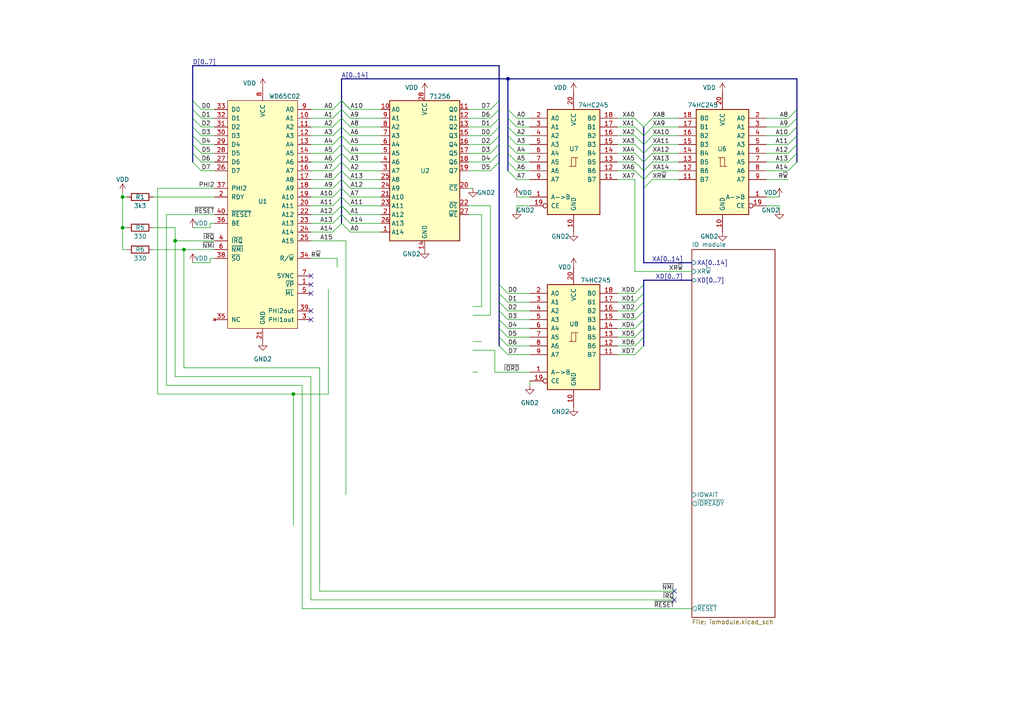
<source format=kicad_sch>
(kicad_sch (version 20230121) (generator eeschema)
  (paper "A4")
  (lib_symbols
    (symbol "6502fast_plds:CPU glue PLD proto3"
      (property "Reference" "U" (at 0 -5.08 0))
      (property "Value" "CPU glue PLD proto3" (at 10.16 16.51 0))
      (symbol "CPU glue PLD proto3_1_1"
        (pin input line (at -13.97 12.7 0) (length 5.08) (name "PHI2") (number "1"))
        (pin power_in line (at 0 -19.05 90) (length 3.81) (name "GND") (number "10"))
        (pin input line (at -13.97 -12.7 0) (length 5.08) (name "A15") (number "11"))
        (pin output line (at 13.97 -10.16 180) (length 5.08) (name "XR~{W}") (number "12"))
        (pin output line (at 13.97 6.35 180) (length 5.08) (name "~{A15}") (number "13"))
        (pin output line (at 13.97 1.27 180) (length 5.08) (name "IO") (number "14"))
        (pin output inverted (at 13.97 11.43 180) (length 5.08) (name "RAMOE") (number "15"))
        (pin output inverted (at 13.97 8.89 180) (length 5.08) (name "RAMWE") (number "16"))
        (pin output inverted (at 13.97 -1.27 180) (length 5.08) (name "IORD") (number "17"))
        (pin output line (at 13.97 -7.62 180) (length 5.08) (name "XA8") (number "18"))
        (pin input line (at -13.97 5.08 0) (length 5.08) (name "A8") (number "2"))
        (pin power_in line (at 0 19.05 270) (length 3.81) (name "VCC") (number "20"))
        (pin input line (at -13.97 2.54 0) (length 5.08) (name "A9") (number "3"))
        (pin input line (at -13.97 0 0) (length 5.08) (name "A10") (number "4"))
        (pin input line (at -13.97 -2.54 0) (length 5.08) (name "A11") (number "5"))
        (pin input line (at -13.97 -5.08 0) (length 5.08) (name "A12") (number "6"))
        (pin input line (at -13.97 -7.62 0) (length 5.08) (name "A13") (number "7"))
        (pin input line (at -13.97 -10.16 0) (length 5.08) (name "A14") (number "8"))
        (pin input line (at -13.97 10.16 0) (length 5.08) (name "R~{W}") (number "9"))
      )
    )
    (symbol "74xx:74HC04"
      (property "Reference" "U" (at 0 1.27 0))
      (property "Value" "74HC04" (at 0 -1.27 0))
      (symbol "74HC04_1_0"
        (pin input line (at -7.62 0 0) (length 3.81) (name "~") (number "1"))
        (pin output inverted (at 7.62 0 180) (length 3.81) (name "~") (number "2"))
      )
      (symbol "74HC04_2_0"
        (pin input line (at -7.62 0 0) (length 3.81) (name "~") (number "3"))
        (pin output inverted (at 7.62 0 180) (length 3.81) (name "~") (number "4"))
      )
      (symbol "74HC04_3_0"
        (pin input line (at -7.62 0 0) (length 3.81) (name "~") (number "5"))
        (pin output inverted (at 7.62 0 180) (length 3.81) (name "~") (number "6"))
      )
      (symbol "74HC04_4_0"
        (pin output inverted (at 7.62 0 180) (length 3.81) (name "~") (number "8"))
        (pin input line (at -7.62 0 0) (length 3.81) (name "~") (number "9"))
      )
      (symbol "74HC04_5_0"
        (pin output inverted (at 7.62 0 180) (length 3.81) (name "~") (number "10"))
        (pin input line (at -7.62 0 0) (length 3.81) (name "~") (number "11"))
      )
      (symbol "74HC04_6_0"
        (pin output inverted (at 7.62 0 180) (length 3.81) (name "~") (number "12"))
        (pin input line (at -7.62 0 0) (length 3.81) (name "~") (number "13"))
      )
      (symbol "74HC04_7_0"
        (pin power_in line (at 0 12.7 270) (length 5.08) (name "VCC") (number "14"))
        (pin power_in line (at 0 -12.7 90) (length 5.08) (name "GND") (number "7"))
      )
    )
    (symbol "74xx:74HC245" (pin_names (offset 1.016))
      (property "Reference" "U" (at -7.62 16.51 0))
      (property "Value" "74HC245" (at -7.62 -16.51 0))
      (symbol "74HC245_1_0"
        (pin input line (at -12.7 -10.16 0) (length 5.08) (name "A->B") (number "1"))
        (pin power_in line (at 0 -20.32 90) (length 5.08) (name "GND") (number "10"))
        (pin tri_state line (at 12.7 -5.08 180) (length 5.08) (name "B7") (number "11"))
        (pin tri_state line (at 12.7 -2.54 180) (length 5.08) (name "B6") (number "12"))
        (pin tri_state line (at 12.7 0 180) (length 5.08) (name "B5") (number "13"))
        (pin tri_state line (at 12.7 2.54 180) (length 5.08) (name "B4") (number "14"))
        (pin tri_state line (at 12.7 5.08 180) (length 5.08) (name "B3") (number "15"))
        (pin tri_state line (at 12.7 7.62 180) (length 5.08) (name "B2") (number "16"))
        (pin tri_state line (at 12.7 10.16 180) (length 5.08) (name "B1") (number "17"))
        (pin tri_state line (at 12.7 12.7 180) (length 5.08) (name "B0") (number "18"))
        (pin input inverted (at -12.7 -12.7 0) (length 5.08) (name "CE") (number "19"))
        (pin tri_state line (at -12.7 12.7 0) (length 5.08) (name "A0") (number "2"))
        (pin power_in line (at 0 20.32 270) (length 5.08) (name "VCC") (number "20"))
        (pin tri_state line (at -12.7 10.16 0) (length 5.08) (name "A1") (number "3"))
        (pin tri_state line (at -12.7 7.62 0) (length 5.08) (name "A2") (number "4"))
        (pin tri_state line (at -12.7 5.08 0) (length 5.08) (name "A3") (number "5"))
        (pin tri_state line (at -12.7 2.54 0) (length 5.08) (name "A4") (number "6"))
        (pin tri_state line (at -12.7 0 0) (length 5.08) (name "A5") (number "7"))
        (pin tri_state line (at -12.7 -2.54 0) (length 5.08) (name "A6") (number "8"))
        (pin tri_state line (at -12.7 -5.08 0) (length 5.08) (name "A7") (number "9"))
      )
    )
    (symbol "74xx:74HC74" (pin_names (offset 1.016))
      (property "Reference" "U" (at -7.62 8.89 0))
      (property "Value" "74HC74" (at -7.62 -8.89 0))
      (symbol "74HC74_1_0"
        (pin input line (at 0 -7.62 90) (length 2.54) (name "~{R}") (number "1"))
        (pin input line (at -7.62 2.54 0) (length 2.54) (name "D") (number "2"))
        (pin input clock (at -7.62 0 0) (length 2.54) (name "C") (number "3"))
        (pin input line (at 0 7.62 270) (length 2.54) (name "~{S}") (number "4"))
        (pin output line (at 7.62 2.54 180) (length 2.54) (name "Q") (number "5"))
        (pin output line (at 7.62 -2.54 180) (length 2.54) (name "~{Q}") (number "6"))
      )
      (symbol "74HC74_2_0"
        (pin input line (at 0 7.62 270) (length 2.54) (name "~{S}") (number "10"))
        (pin input clock (at -7.62 0 0) (length 2.54) (name "C") (number "11"))
        (pin input line (at -7.62 2.54 0) (length 2.54) (name "D") (number "12"))
        (pin input line (at 0 -7.62 90) (length 2.54) (name "~{R}") (number "13"))
        (pin output line (at 7.62 -2.54 180) (length 2.54) (name "~{Q}") (number "8"))
        (pin output line (at 7.62 2.54 180) (length 2.54) (name "Q") (number "9"))
      )
      (symbol "74HC74_3_0"
        (pin power_in line (at 0 10.16 270) (length 2.54) (name "VCC") (number "14"))
        (pin power_in line (at 0 -10.16 90) (length 2.54) (name "GND") (number "7"))
      )
    )
    (symbol "74xx:74LS139" (pin_names (offset 1.016))
      (property "Reference" "U" (at -7.62 8.89 0))
      (property "Value" "74LS139" (at -7.62 -8.89 0))
      (symbol "74LS139_1_0"
        (pin input inverted (at -12.7 -5.08 0) (length 5.08) (name "E") (number "1"))
        (pin input line (at -12.7 0 0) (length 5.08) (name "A0") (number "2"))
        (pin input line (at -12.7 2.54 0) (length 5.08) (name "A1") (number "3"))
        (pin output inverted (at 12.7 2.54 180) (length 5.08) (name "O0") (number "4"))
        (pin output inverted (at 12.7 0 180) (length 5.08) (name "O1") (number "5"))
        (pin output inverted (at 12.7 -2.54 180) (length 5.08) (name "O2") (number "6"))
        (pin output inverted (at 12.7 -5.08 180) (length 5.08) (name "O3") (number "7"))
      )
      (symbol "74LS139_2_0"
        (pin output inverted (at 12.7 -2.54 180) (length 5.08) (name "O2") (number "10"))
        (pin output inverted (at 12.7 0 180) (length 5.08) (name "O1") (number "11"))
        (pin output inverted (at 12.7 2.54 180) (length 5.08) (name "O0") (number "12"))
        (pin input line (at -12.7 2.54 0) (length 5.08) (name "A1") (number "13"))
        (pin input line (at -12.7 0 0) (length 5.08) (name "A0") (number "14"))
        (pin input inverted (at -12.7 -5.08 0) (length 5.08) (name "E") (number "15"))
        (pin output inverted (at 12.7 -5.08 180) (length 5.08) (name "O3") (number "9"))
      )
      (symbol "74LS139_3_0"
        (pin power_in line (at 0 12.7 270) (length 5.08) (name "VCC") (number "16"))
        (pin power_in line (at 0 -12.7 90) (length 5.08) (name "GND") (number "8"))
      )
    )
    (symbol "74xx:74LS32" (pin_names (offset 1.016))
      (property "Reference" "U" (at 0 1.27 0))
      (property "Value" "74LS32" (at 0 -1.27 0))
      (symbol "74LS32_1_1"
        (pin input line (at -7.62 2.54 0) (length 4.318) (name "~") (number "1"))
        (pin input line (at -7.62 -2.54 0) (length 4.318) (name "~") (number "2"))
        (pin output line (at 7.62 0 180) (length 3.81) (name "~") (number "3"))
      )
      (symbol "74LS32_1_2"
        (pin input inverted (at -7.62 2.54 0) (length 3.81) (name "~") (number "1"))
        (pin input inverted (at -7.62 -2.54 0) (length 3.81) (name "~") (number "2"))
        (pin output inverted (at 7.62 0 180) (length 3.81) (name "~") (number "3"))
      )
      (symbol "74LS32_2_1"
        (pin input line (at -7.62 2.54 0) (length 4.318) (name "~") (number "4"))
        (pin input line (at -7.62 -2.54 0) (length 4.318) (name "~") (number "5"))
        (pin output line (at 7.62 0 180) (length 3.81) (name "~") (number "6"))
      )
      (symbol "74LS32_2_2"
        (pin input inverted (at -7.62 2.54 0) (length 3.81) (name "~") (number "4"))
        (pin input inverted (at -7.62 -2.54 0) (length 3.81) (name "~") (number "5"))
        (pin output inverted (at 7.62 0 180) (length 3.81) (name "~") (number "6"))
      )
      (symbol "74LS32_3_1"
        (pin input line (at -7.62 -2.54 0) (length 4.318) (name "~") (number "10"))
        (pin output line (at 7.62 0 180) (length 3.81) (name "~") (number "8"))
        (pin input line (at -7.62 2.54 0) (length 4.318) (name "~") (number "9"))
      )
      (symbol "74LS32_3_2"
        (pin input inverted (at -7.62 -2.54 0) (length 3.81) (name "~") (number "10"))
        (pin output inverted (at 7.62 0 180) (length 3.81) (name "~") (number "8"))
        (pin input inverted (at -7.62 2.54 0) (length 3.81) (name "~") (number "9"))
      )
      (symbol "74LS32_4_1"
        (pin output line (at 7.62 0 180) (length 3.81) (name "~") (number "11"))
        (pin input line (at -7.62 2.54 0) (length 4.318) (name "~") (number "12"))
        (pin input line (at -7.62 -2.54 0) (length 4.318) (name "~") (number "13"))
      )
      (symbol "74LS32_4_2"
        (pin output inverted (at 7.62 0 180) (length 3.81) (name "~") (number "11"))
        (pin input inverted (at -7.62 2.54 0) (length 3.81) (name "~") (number "12"))
        (pin input inverted (at -7.62 -2.54 0) (length 3.81) (name "~") (number "13"))
      )
      (symbol "74LS32_5_0"
        (pin power_in line (at 0 12.7 270) (length 5.08) (name "VCC") (number "14"))
        (pin power_in line (at 0 -12.7 90) (length 5.08) (name "GND") (number "7"))
      )
    )
    (symbol "Device:R" (pin_numbers hide) (pin_names (offset 0))
      (property "Reference" "R" (at 2.032 0 90))
      (property "Value" "R" (at 0 0 90))
      (symbol "R_1_1"
        (pin passive line (at 0 3.81 270) (length 1.27) (name "~") (number "1"))
        (pin passive line (at 0 -3.81 90) (length 1.27) (name "~") (number "2"))
      )
    )
    (symbol "Memory_RAM:KM62256CLP"
      (property "Reference" "U" (at -10.16 20.955 0))
      (property "Value" "KM62256CLP" (at 2.54 20.955 0))
      (symbol "KM62256CLP_0_0"
        (pin power_in line (at 0 -22.86 90) (length 2.54) (name "GND") (number "14"))
        (pin power_in line (at 0 22.86 270) (length 2.54) (name "VCC") (number "28"))
      )
      (symbol "KM62256CLP_1_1"
        (pin input line (at -12.7 -17.78 0) (length 2.54) (name "A14") (number "1"))
        (pin input line (at -12.7 17.78 0) (length 2.54) (name "A0") (number "10"))
        (pin tri_state line (at 12.7 17.78 180) (length 2.54) (name "Q0") (number "11"))
        (pin tri_state line (at 12.7 15.24 180) (length 2.54) (name "Q1") (number "12"))
        (pin tri_state line (at 12.7 12.7 180) (length 2.54) (name "Q2") (number "13"))
        (pin tri_state line (at 12.7 10.16 180) (length 2.54) (name "Q3") (number "15"))
        (pin tri_state line (at 12.7 7.62 180) (length 2.54) (name "Q4") (number "16"))
        (pin tri_state line (at 12.7 5.08 180) (length 2.54) (name "Q5") (number "17"))
        (pin tri_state line (at 12.7 2.54 180) (length 2.54) (name "Q6") (number "18"))
        (pin tri_state line (at 12.7 0 180) (length 2.54) (name "Q7") (number "19"))
        (pin input line (at -12.7 -12.7 0) (length 2.54) (name "A12") (number "2"))
        (pin input line (at 12.7 -5.08 180) (length 2.54) (name "~{CS}") (number "20"))
        (pin input line (at -12.7 -7.62 0) (length 2.54) (name "A10") (number "21"))
        (pin input line (at 12.7 -10.16 180) (length 2.54) (name "~{OE}") (number "22"))
        (pin input line (at -12.7 -10.16 0) (length 2.54) (name "A11") (number "23"))
        (pin input line (at -12.7 -5.08 0) (length 2.54) (name "A9") (number "24"))
        (pin input line (at -12.7 -2.54 0) (length 2.54) (name "A8") (number "25"))
        (pin input line (at -12.7 -15.24 0) (length 2.54) (name "A13") (number "26"))
        (pin input line (at 12.7 -12.7 180) (length 2.54) (name "~{WE}") (number "27"))
        (pin input line (at -12.7 0 0) (length 2.54) (name "A7") (number "3"))
        (pin input line (at -12.7 2.54 0) (length 2.54) (name "A6") (number "4"))
        (pin input line (at -12.7 5.08 0) (length 2.54) (name "A5") (number "5"))
        (pin input line (at -12.7 7.62 0) (length 2.54) (name "A4") (number "6"))
        (pin input line (at -12.7 10.16 0) (length 2.54) (name "A3") (number "7"))
        (pin input line (at -12.7 12.7 0) (length 2.54) (name "A2") (number "8"))
        (pin input line (at -12.7 15.24 0) (length 2.54) (name "A1") (number "9"))
      )
    )
    (symbol "Oscillator:CXO_DIP8" (pin_names (offset 0.254))
      (property "Reference" "X" (at -5.08 6.35 0))
      (property "Value" "CXO_DIP8" (at 1.27 -6.35 0))
      (symbol "CXO_DIP8_1_1"
        (pin input line (at -7.62 0 0) (length 2.54) (name "EN") (number "1"))
        (pin power_in line (at 0 -7.62 90) (length 2.54) (name "GND") (number "4"))
        (pin output line (at 7.62 0 180) (length 2.54) (name "OUT") (number "5"))
        (pin power_in line (at 0 7.62 270) (length 2.54) (name "Vcc") (number "8"))
      )
    )
    (symbol "power:GND2" (power) (pin_names (offset 0))
      (property "Value" "GND2" (at 0 -3.81 0))
      (symbol "GND2_1_1"
        (pin power_in line (at 0 0 270) (length 0) hide (name "GND2") (number "1"))
      )
    )
    (symbol "power:VDD" (power) (pin_names (offset 0))
      (property "Value" "VDD" (at 0 3.81 0))
      (symbol "VDD_1_1"
        (pin power_in line (at 0 0 90) (length 0) hide (name "VDD") (number "1"))
      )
    )
    (symbol "wd65c02_-65xx:WD65C02_-65xx" (pin_names (offset 1.016))
      (property "Reference" "U" (at 0 0 0))
      (property "Value" "WD65C02" (at 6.35 34.29 0))
      (symbol "WD65C02_-65xx_1_1"
        (pin output line (at 13.97 -20.32 180) (length 3.81) (name "~{VP}") (number "1"))
        (pin output line (at 13.97 27.94 180) (length 3.81) (name "A1") (number "10"))
        (pin output line (at 13.97 25.4 180) (length 3.81) (name "A2") (number "11"))
        (pin output line (at 13.97 22.86 180) (length 3.81) (name "A3") (number "12"))
        (pin output line (at 13.97 20.32 180) (length 3.81) (name "A4") (number "13"))
        (pin output line (at 13.97 17.78 180) (length 3.81) (name "A5") (number "14"))
        (pin output line (at 13.97 15.24 180) (length 3.81) (name "A6") (number "15"))
        (pin output line (at 13.97 12.7 180) (length 3.81) (name "A7") (number "16"))
        (pin output line (at 13.97 10.16 180) (length 3.81) (name "A8") (number "17"))
        (pin output line (at 13.97 7.62 180) (length 3.81) (name "A9") (number "18"))
        (pin output line (at 13.97 5.08 180) (length 3.81) (name "A10") (number "19"))
        (pin bidirectional line (at -13.97 5.08 0) (length 3.81) (name "RDY") (number "2"))
        (pin output line (at 13.97 2.54 180) (length 3.81) (name "A11") (number "20"))
        (pin power_in line (at 0 -36.83 90) (length 3.81) (name "GND") (number "21"))
        (pin output line (at 13.97 0 180) (length 3.81) (name "A12") (number "22"))
        (pin output line (at 13.97 -2.54 180) (length 3.81) (name "A13") (number "23"))
        (pin output line (at 13.97 -5.08 180) (length 3.81) (name "A14") (number "24"))
        (pin output line (at 13.97 -7.62 180) (length 3.81) (name "A15") (number "25"))
        (pin tri_state line (at -13.97 12.7 0) (length 3.81) (name "D7") (number "26"))
        (pin tri_state line (at -13.97 15.24 0) (length 3.81) (name "D6") (number "27"))
        (pin tri_state line (at -13.97 17.78 0) (length 3.81) (name "D5") (number "28"))
        (pin tri_state line (at -13.97 20.32 0) (length 3.81) (name "D4") (number "29"))
        (pin output line (at 13.97 -30.48 180) (length 3.81) (name "PHI1out") (number "3"))
        (pin tri_state line (at -13.97 22.86 0) (length 3.81) (name "D3") (number "30"))
        (pin tri_state line (at -13.97 25.4 0) (length 3.81) (name "D2") (number "31"))
        (pin tri_state line (at -13.97 27.94 0) (length 3.81) (name "D1") (number "32"))
        (pin tri_state line (at -13.97 30.48 0) (length 3.81) (name "D0") (number "33"))
        (pin output line (at 13.97 -12.7 180) (length 3.81) (name "R/~{W}") (number "34"))
        (pin no_connect line (at -13.97 -30.48 0) (length 3.81) (name "NC") (number "35"))
        (pin input line (at -13.97 -2.54 0) (length 3.81) (name "BE") (number "36"))
        (pin input line (at -13.97 7.62 0) (length 3.81) (name "PHI2") (number "37"))
        (pin input line (at -13.97 -12.7 0) (length 3.81) (name "~{SO}") (number "38"))
        (pin output line (at 13.97 -27.94 180) (length 3.81) (name "PHI2out") (number "39"))
        (pin input line (at -13.97 -7.62 0) (length 3.81) (name "~{IRQ}") (number "4"))
        (pin input line (at -13.97 0 0) (length 3.81) (name "~{RESET}") (number "40"))
        (pin output line (at 13.97 -22.86 180) (length 3.81) (name "~{ML}") (number "5"))
        (pin input line (at -13.97 -10.16 0) (length 3.81) (name "~{NMI}") (number "6"))
        (pin output line (at 13.97 -17.78 180) (length 3.81) (name "SYNC") (number "7"))
        (pin power_in line (at 0 36.83 270) (length 3.81) (name "VCC") (number "8"))
        (pin output line (at 13.97 30.48 180) (length 3.81) (name "A0") (number "9"))
      )
    )
  )
  (junction (at -134.62 116.84))
  (junction (at -134.62 153.67))
  (junction (at -90.17 146.05))
  (junction (at -132.08 194.31))
  (junction (at 50.8 69.85))
  (junction (at 35.56 66.04))
  (junction (at -62.23 175.26))
  (junction (at -177.8 179.07))
  (junction (at 57.15 233.68))
  (junction (at -139.7 175.26))
  (junction (at 147.32 22.86))
  (junction (at -156.21 191.77))
  (junction (at 53.34 72.39))
  (junction (at -62.23 163.83))
  (junction (at -139.7 177.8))
  (junction (at -156.21 187.96))
  (junction (at 85.09 114.3))
  (junction (at 35.56 57.15))
  (no_connect (at 195.58 173.99))
  (no_connect (at 73.66 231.14))
  (no_connect (at -105.41 134.62))
  (no_connect (at 90.17 82.55))
  (no_connect (at 90.17 90.17))
  (no_connect (at 90.17 92.71))
  (no_connect (at 90.17 80.01))
  (no_connect (at 90.17 85.09))
  (no_connect (at -69.85 180.34))
  (no_connect (at -41.91 190.5))
  (no_connect (at 195.58 171.45))
  (bus_entry (at 144.78 41.91) (size -2.54 2.54))
  (bus_entry (at 147.32 49.53) (size 2.54 2.54))
  (bus_entry (at 189.23 46.99) (size -2.54 2.54))
  (bus_entry (at 228.6 46.99) (size 2.54 -2.54))
  (bus_entry (at 147.32 36.83) (size 2.54 2.54))
  (bus_entry (at 99.06 29.21) (size 2.54 2.54))
  (bus_entry (at 99.06 36.83) (size 2.54 2.54))
  (bus_entry (at 228.6 39.37) (size 2.54 -2.54))
  (bus_entry (at 184.15 90.17) (size 2.54 -2.54))
  (bus_entry (at 55.88 44.45) (size 2.54 2.54))
  (bus_entry (at 99.06 41.91) (size -2.54 2.54))
  (bus_entry (at 189.23 41.91) (size -2.54 2.54))
  (bus_entry (at 99.06 62.23) (size -2.54 2.54))
  (bus_entry (at 99.06 57.15) (size 2.54 2.54))
  (bus_entry (at 55.88 39.37) (size 2.54 2.54))
  (bus_entry (at 228.6 44.45) (size 2.54 -2.54))
  (bus_entry (at 184.15 97.79) (size 2.54 -2.54))
  (bus_entry (at 99.06 34.29) (size 2.54 2.54))
  (bus_entry (at 184.15 44.45) (size 2.54 2.54))
  (bus_entry (at 184.15 36.83) (size 2.54 2.54))
  (bus_entry (at 186.69 82.55) (size -2.54 2.54))
  (bus_entry (at 55.88 31.75) (size 2.54 2.54))
  (bus_entry (at 147.32 87.63) (size -2.54 -2.54))
  (bus_entry (at 147.32 41.91) (size 2.54 2.54))
  (bus_entry (at 99.06 52.07) (size -2.54 2.54))
  (bus_entry (at 147.32 46.99) (size 2.54 2.54))
  (bus_entry (at 189.23 44.45) (size -2.54 2.54))
  (bus_entry (at 184.15 100.33) (size 2.54 -2.54))
  (bus_entry (at 189.23 49.53) (size -2.54 2.54))
  (bus_entry (at 99.06 29.21) (size 2.54 2.54))
  (bus_entry (at 99.06 44.45) (size 2.54 2.54))
  (bus_entry (at 144.78 44.45) (size -2.54 2.54))
  (bus_entry (at 184.15 46.99) (size 2.54 2.54))
  (bus_entry (at 99.06 54.61) (size -2.54 2.54))
  (bus_entry (at 144.78 34.29) (size -2.54 2.54))
  (bus_entry (at 184.15 92.71) (size 2.54 -2.54))
  (bus_entry (at 99.06 46.99) (size -2.54 2.54))
  (bus_entry (at 99.06 54.61) (size 2.54 2.54))
  (bus_entry (at 147.32 100.33) (size -2.54 -2.54))
  (bus_entry (at 99.06 44.45) (size -2.54 2.54))
  (bus_entry (at 228.6 36.83) (size 2.54 -2.54))
  (bus_entry (at 55.88 46.99) (size 2.54 2.54))
  (bus_entry (at 144.78 31.75) (size -2.54 2.54))
  (bus_entry (at 184.15 102.87) (size 2.54 -2.54))
  (bus_entry (at 99.06 49.53) (size -2.54 2.54))
  (bus_entry (at 228.6 34.29) (size 2.54 -2.54))
  (bus_entry (at 99.06 64.77) (size 2.54 2.54))
  (bus_entry (at 144.78 39.37) (size -2.54 2.54))
  (bus_entry (at 55.88 36.83) (size 2.54 2.54))
  (bus_entry (at 99.06 62.23) (size 2.54 2.54))
  (bus_entry (at 184.15 87.63) (size 2.54 -2.54))
  (bus_entry (at 228.6 41.91) (size 2.54 -2.54))
  (bus_entry (at 147.32 34.29) (size 2.54 2.54))
  (bus_entry (at 147.32 90.17) (size -2.54 -2.54))
  (bus_entry (at 99.06 46.99) (size 2.54 2.54))
  (bus_entry (at 99.06 59.69) (size 2.54 2.54))
  (bus_entry (at 99.06 49.53) (size 2.54 2.54))
  (bus_entry (at 99.06 57.15) (size -2.54 2.54))
  (bus_entry (at 147.32 85.09) (size -2.54 -2.54))
  (bus_entry (at 99.06 34.29) (size -2.54 2.54))
  (bus_entry (at 184.15 95.25) (size 2.54 -2.54))
  (bus_entry (at 144.78 29.21) (size -2.54 2.54))
  (bus_entry (at 99.06 39.37) (size -2.54 2.54))
  (bus_entry (at 184.15 41.91) (size 2.54 2.54))
  (bus_entry (at 55.88 41.91) (size 2.54 2.54))
  (bus_entry (at 99.06 41.91) (size 2.54 2.54))
  (bus_entry (at 147.32 44.45) (size 2.54 2.54))
  (bus_entry (at 184.15 49.53) (size 2.54 2.54))
  (bus_entry (at 99.06 64.77) (size -2.54 2.54))
  (bus_entry (at 189.23 39.37) (size -2.54 2.54))
  (bus_entry (at 99.06 31.75) (size 2.54 2.54))
  (bus_entry (at 147.32 39.37) (size 2.54 2.54))
  (bus_entry (at 184.15 34.29) (size 2.54 2.54))
  (bus_entry (at 99.06 59.69) (size 2.54 2.54))
  (bus_entry (at 99.06 52.07) (size 2.54 2.54))
  (bus_entry (at 99.06 39.37) (size 2.54 2.54))
  (bus_entry (at 144.78 46.99) (size -2.54 2.54))
  (bus_entry (at 99.06 36.83) (size -2.54 2.54))
  (bus_entry (at 99.06 29.21) (size -2.54 2.54))
  (bus_entry (at 147.32 102.87) (size -2.54 -2.54))
  (bus_entry (at 55.88 34.29) (size 2.54 2.54))
  (bus_entry (at 99.06 31.75) (size -2.54 2.54))
  (bus_entry (at 228.6 49.53) (size 2.54 -2.54))
  (bus_entry (at 147.32 31.75) (size 2.54 2.54))
  (bus_entry (at 147.32 92.71) (size -2.54 -2.54))
  (bus_entry (at 147.32 95.25) (size -2.54 -2.54))
  (bus_entry (at 184.15 39.37) (size 2.54 2.54))
  (bus_entry (at 189.23 52.07) (size -2.54 2.54))
  (bus_entry (at 99.06 59.69) (size -2.54 2.54))
  (bus_entry (at 144.78 36.83) (size -2.54 2.54))
  (bus_entry (at 55.88 29.21) (size 2.54 2.54))
  (bus_entry (at 147.32 97.79) (size -2.54 -2.54))
  (bus_entry (at 189.23 36.83) (size -2.54 2.54))
  (bus_entry (at 189.23 34.29) (size -2.54 2.54))
  (wire (pts (xy 110.49 31.75) (xy 101.6 31.75)))
  (wire (pts (xy 179.07 85.09) (xy 184.15 85.09)))
  (wire (pts (xy 58.42 34.29) (xy 62.23 34.29)))
  (wire (pts (xy 48.26 62.23) (xy 62.23 62.23)))
  (bus (pts (xy 147.32 46.99) (xy 147.32 49.53)))
  (wire (pts (xy 90.17 49.53) (xy 96.52 49.53)))
  (wire (pts (xy -77.47 199.39) (xy -77.47 185.42)))
  (wire (pts (xy -90.17 175.26) (xy -85.09 175.26)))
  (wire (pts (xy 101.6 62.23) (xy 110.49 62.23)))
  (wire (pts (xy 179.07 39.37) (xy 184.15 39.37)))
  (bus (pts (xy 147.32 44.45) (xy 147.32 46.99)))
  (wire (pts (xy 137.16 101.6) (xy 143.51 101.6)))
  (wire (pts (xy 137.16 91.44) (xy 142.24 91.44)))
  (polyline (pts (xy -154.94 231.14) (xy -151.13 228.6)))
  (wire (pts (xy -139.7 128.27) (xy -139.7 175.26)))
  (wire (pts (xy 222.25 49.53) (xy 228.6 49.53)))
  (wire (pts (xy 189.23 34.29) (xy 196.85 34.29)))
  (wire (pts (xy 147.32 100.33) (xy 153.67 100.33)))
  (bus (pts (xy 186.69 81.28) (xy 200.66 81.28)))
  (wire (pts (xy -105.41 139.7) (xy -90.17 139.7)))
  (wire (pts (xy -139.7 177.8) (xy -139.7 180.34)))
  (bus (pts (xy 99.06 52.07) (xy 99.06 54.61)))
  (wire (pts (xy 147.32 90.17) (xy 153.67 90.17)))
  (bus (pts (xy 231.14 31.75) (xy 231.14 22.86)))
  (wire (pts (xy -69.85 175.26) (xy -62.23 175.26)))
  (wire (pts (xy -140.97 177.8) (xy -139.7 177.8)))
  (wire (pts (xy 90.17 36.83) (xy 96.52 36.83)))
  (wire (pts (xy -105.41 129.54) (xy -87.63 129.54)))
  (wire (pts (xy -156.21 130.81) (xy -133.35 130.81)))
  (bus (pts (xy 99.06 54.61) (xy 99.06 57.15)))
  (polyline (pts (xy -139.7 220.98) (xy -133.35 220.98)))
  (wire (pts (xy 135.89 36.83) (xy 142.24 36.83)))
  (wire (pts (xy 45.72 54.61) (xy 45.72 114.3)))
  (wire (pts (xy 135.89 49.53) (xy 142.24 49.53)))
  (wire (pts (xy 179.07 97.79) (xy 184.15 97.79)))
  (polyline (pts (xy -165.1 220.98) (xy -152.4 220.98)))
  (wire (pts (xy -64.77 194.31) (xy -64.77 187.96)))
  (wire (pts (xy 149.86 49.53) (xy 153.67 49.53)))
  (polyline (pts (xy -177.8 240.03) (xy -142.24 240.03)))
  (wire (pts (xy 142.24 59.69) (xy 142.24 91.44)))
  (wire (pts (xy 135.89 34.29) (xy 142.24 34.29)))
  (wire (pts (xy 222.25 39.37) (xy 228.6 39.37)))
  (wire (pts (xy 179.07 87.63) (xy 184.15 87.63)))
  (wire (pts (xy 90.17 52.07) (xy 96.52 52.07)))
  (wire (pts (xy 222.25 46.99) (xy 228.6 46.99)))
  (wire (pts (xy -64.77 187.96) (xy -57.15 187.96)))
  (bus (pts (xy 55.88 31.75) (xy 55.88 29.21)))
  (bus (pts (xy 55.88 36.83) (xy 55.88 34.29)))
  (wire (pts (xy 137.16 88.9) (xy 139.7 88.9)))
  (wire (pts (xy 184.15 52.07) (xy 184.15 78.74)))
  (bus (pts (xy 147.32 41.91) (xy 147.32 44.45)))
  (wire (pts (xy 110.49 59.69) (xy 101.6 59.69)))
  (bus (pts (xy 99.06 44.45) (xy 99.06 46.99)))
  (wire (pts (xy -177.8 179.07) (xy -177.8 187.96)))
  (wire (pts (xy -39.37 199.39) (xy -77.47 199.39)))
  (bus (pts (xy 186.69 49.53) (xy 186.69 52.07)))
  (wire (pts (xy 222.25 52.07) (xy 228.6 52.07)))
  (bus (pts (xy 144.78 41.91) (xy 144.78 44.45)))
  (wire (pts (xy -156.21 146.05) (xy -133.35 146.05)))
  (wire (pts (xy 222.25 34.29) (xy 228.6 34.29)))
  (bus (pts (xy 99.06 22.86) (xy 99.06 29.21)))
  (polyline (pts (xy -162.56 224.79) (xy -154.94 227.33)))
  (wire (pts (xy 45.72 114.3) (xy 85.09 114.3)))
  (bus (pts (xy 144.78 36.83) (xy 144.78 39.37)))
  (wire (pts (xy 110.49 54.61) (xy 101.6 54.61)))
  (wire (pts (xy 135.89 46.99) (xy 142.24 46.99)))
  (wire (pts (xy 179.07 92.71) (xy 184.15 92.71)))
  (wire (pts (xy 90.17 46.99) (xy 96.52 46.99)))
  (wire (pts (xy 57.15 228.6) (xy 57.15 233.68)))
  (polyline (pts (xy -152.4 215.9) (xy -139.7 215.9)))
  (wire (pts (xy -132.08 191.77) (xy -132.08 194.31)))
  (bus (pts (xy 144.78 29.21) (xy 144.78 31.75)))
  (bus (pts (xy 99.06 46.99) (xy 99.06 49.53)))
  (wire (pts (xy 92.71 106.68) (xy 92.71 171.45)))
  (wire (pts (xy -49.53 196.85) (xy -49.53 195.58)))
  (wire (pts (xy 97.79 74.93) (xy 90.17 74.93)))
  (wire (pts (xy 110.49 46.99) (xy 101.6 46.99)))
  (wire (pts (xy -39.37 185.42) (xy -41.91 185.42)))
  (wire (pts (xy 90.17 109.22) (xy 90.17 173.99)))
  (wire (pts (xy -156.21 196.85) (xy -156.21 191.77)))
  (wire (pts (xy 135.89 54.61) (xy 137.16 54.61)))
  (wire (pts (xy 53.34 72.39) (xy 62.23 72.39)))
  (bus (pts (xy 144.78 90.17) (xy 144.78 92.71)))
  (wire (pts (xy 153.67 110.49) (xy 153.67 111.76)))
  (bus (pts (xy 186.69 95.25) (xy 186.69 97.79)))
  (bus (pts (xy 186.69 36.83) (xy 186.69 39.37)))
  (wire (pts (xy -156.21 135.89) (xy -133.35 135.89)))
  (wire (pts (xy -134.62 153.67) (xy -134.62 116.84)))
  (bus (pts (xy 144.78 97.79) (xy 144.78 100.33)))
  (wire (pts (xy 35.56 55.88) (xy 35.56 57.15)))
  (wire (pts (xy 149.86 57.15) (xy 153.67 57.15)))
  (bus (pts (xy 186.69 85.09) (xy 186.69 87.63)))
  (wire (pts (xy 147.32 85.09) (xy 153.67 85.09)))
  (bus (pts (xy 99.06 49.53) (xy 99.06 52.07)))
  (wire (pts (xy 179.07 41.91) (xy 184.15 41.91)))
  (polyline (pts (xy -139.7 215.9) (xy -139.7 220.98)))
  (bus (pts (xy 231.14 39.37) (xy 231.14 36.83)))
  (bus (pts (xy 147.32 22.86) (xy 147.32 31.75)))
  (polyline (pts (xy -142.24 234.95) (xy -101.6 234.95)))
  (wire (pts (xy 110.49 67.31) (xy 101.6 67.31)))
  (wire (pts (xy 35.56 66.04) (xy 35.56 72.39)))
  (wire (pts (xy 90.17 67.31) (xy 96.52 67.31)))
  (bus (pts (xy 99.06 29.21) (xy 99.06 31.75)))
  (wire (pts (xy 90.17 69.85) (xy 100.33 69.85)))
  (wire (pts (xy 222.25 44.45) (xy 228.6 44.45)))
  (bus (pts (xy 147.32 34.29) (xy 147.32 36.83)))
  (wire (pts (xy -105.41 151.13) (xy -39.37 151.13)))
  (wire (pts (xy 189.23 41.91) (xy 196.85 41.91)))
  (polyline (pts (xy -139.7 246.38) (xy -139.7 241.3)))
  (bus (pts (xy 186.69 92.71) (xy 186.69 95.25)))
  (wire (pts (xy 57.15 233.68) (xy 57.15 234.95)))
  (bus (pts (xy 186.69 39.37) (xy 186.69 41.91)))
  (bus (pts (xy 147.32 39.37) (xy 147.32 41.91)))
  (wire (pts (xy 87.63 111.76) (xy 87.63 176.53)))
  (bus (pts (xy 55.88 46.99) (xy 55.88 44.45)))
  (wire (pts (xy -105.41 142.24) (xy -68.58 142.24)))
  (wire (pts (xy -177.8 179.07) (xy -168.91 179.07)))
  (wire (pts (xy -90.17 146.05) (xy -39.37 146.05)))
  (bus (pts (xy 144.78 82.55) (xy 144.78 85.09)))
  (wire (pts (xy 45.72 54.61) (xy 62.23 54.61)))
  (wire (pts (xy 58.42 49.53) (xy 62.23 49.53)))
  (wire (pts (xy -111.76 111.76) (xy -87.63 111.76)))
  (bus (pts (xy 99.06 34.29) (xy 99.06 36.83)))
  (wire (pts (xy 90.17 57.15) (xy 96.52 57.15)))
  (wire (pts (xy 101.6 49.53) (xy 110.49 49.53)))
  (wire (pts (xy 60.96 66.04) (xy 60.96 64.77)))
  (wire (pts (xy 90.17 41.91) (xy 96.52 41.91)))
  (polyline (pts (xy -165.1 215.9) (xy -165.1 220.98)))
  (bus (pts (xy 186.69 46.99) (xy 186.69 49.53)))
  (polyline (pts (xy -162.56 224.79) (xy -154.94 222.25)))
  (wire (pts (xy 110.49 39.37) (xy 101.6 39.37)))
  (wire (pts (xy 179.07 90.17) (xy 184.15 90.17)))
  (wire (pts (xy -59.69 160.02) (xy -39.37 160.02)))
  (wire (pts (xy 55.88 76.2) (xy 60.96 76.2)))
  (bus (pts (xy 231.14 22.86) (xy 147.32 22.86)))
  (bus (pts (xy 99.06 36.83) (xy 99.06 39.37)))
  (bus (pts (xy 55.88 34.29) (xy 55.88 31.75)))
  (bus (pts (xy 144.78 44.45) (xy 144.78 46.99)))
  (wire (pts (xy 48.26 62.23) (xy 48.26 111.76)))
  (wire (pts (xy 87.63 176.53) (xy 200.66 176.53)))
  (wire (pts (xy 58.42 44.45) (xy 62.23 44.45)))
  (wire (pts (xy 179.07 100.33) (xy 184.15 100.33)))
  (wire (pts (xy 179.07 49.53) (xy 184.15 49.53)))
  (bus (pts (xy 144.78 87.63) (xy 144.78 90.17)))
  (wire (pts (xy 44.45 66.04) (xy 50.8 66.04)))
  (wire (pts (xy -93.98 177.8) (xy -85.09 177.8)))
  (wire (pts (xy 222.25 36.83) (xy 228.6 36.83)))
  (bus (pts (xy 186.69 54.61) (xy 186.69 76.2)))
  (wire (pts (xy -161.29 187.96) (xy -156.21 187.96)))
  (wire (pts (xy 90.17 62.23) (xy 96.52 62.23)))
  (wire (pts (xy 179.07 46.99) (xy 184.15 46.99)))
  (wire (pts (xy 147.32 102.87) (xy 153.67 102.87)))
  (wire (pts (xy 222.25 41.91) (xy 228.6 41.91)))
  (wire (pts (xy -156.21 143.51) (xy -133.35 143.51)))
  (wire (pts (xy -177.8 187.96) (xy -176.53 187.96)))
  (bus (pts (xy 99.06 31.75) (xy 99.06 34.29)))
  (wire (pts (xy 92.71 171.45) (xy 195.58 171.45)))
  (wire (pts (xy 36.83 66.04) (xy 35.56 66.04)))
  (wire (pts (xy -156.21 138.43) (xy -133.35 138.43)))
  (bus (pts (xy 99.06 59.69) (xy 99.06 62.23)))
  (wire (pts (xy 135.89 44.45) (xy 142.24 44.45)))
  (bus (pts (xy 231.14 41.91) (xy 231.14 39.37)))
  (wire (pts (xy 44.45 72.39) (xy 53.34 72.39)))
  (wire (pts (xy 149.86 59.69) (xy 149.86 60.96)))
  (polyline (pts (xy -177.8 231.14) (xy -154.94 231.14)))
  (wire (pts (xy 147.32 95.25) (xy 153.67 95.25)))
  (wire (pts (xy 85.09 114.3) (xy 95.25 114.3)))
  (wire (pts (xy 60.96 64.77) (xy 62.23 64.77)))
  (wire (pts (xy -59.69 160.02) (xy -59.69 185.42)))
  (bus (pts (xy 55.88 29.21) (xy 55.88 19.05)))
  (wire (pts (xy -90.17 146.05) (xy -90.17 139.7)))
  (bus (pts (xy 99.06 41.91) (xy 99.06 44.45)))
  (wire (pts (xy 149.86 34.29) (xy 153.67 34.29)))
  (wire (pts (xy 90.17 59.69) (xy 96.52 59.69)))
  (bus (pts (xy 186.69 87.63) (xy 186.69 90.17)))
  (wire (pts (xy 50.8 69.85) (xy 62.23 69.85)))
  (wire (pts (xy 149.86 59.69) (xy 153.67 59.69)))
  (bus (pts (xy 186.69 90.17) (xy 186.69 92.71)))
  (wire (pts (xy 35.56 72.39) (xy 36.83 72.39)))
  (wire (pts (xy 179.07 52.07) (xy 184.15 52.07)))
  (bus (pts (xy 55.88 44.45) (xy 55.88 41.91)))
  (wire (pts (xy 189.23 44.45) (xy 196.85 44.45)))
  (wire (pts (xy -105.41 148.59) (xy -39.37 148.59)))
  (bus (pts (xy 186.69 82.55) (xy 186.69 85.09)))
  (wire (pts (xy 90.17 64.77) (xy 96.52 64.77)))
  (bus (pts (xy 144.78 95.25) (xy 144.78 97.79)))
  (bus (pts (xy 144.78 19.05) (xy 144.78 29.21)))
  (wire (pts (xy 90.17 54.61) (xy 96.52 54.61)))
  (wire (pts (xy 55.88 66.04) (xy 60.96 66.04)))
  (wire (pts (xy 189.23 39.37) (xy 196.85 39.37)))
  (polyline (pts (xy -177.8 224.79) (xy -162.56 224.79)))
  (wire (pts (xy 90.17 31.75) (xy 96.52 31.75)))
  (wire (pts (xy -105.41 132.08) (xy -87.63 132.08)))
  (wire (pts (xy -156.21 187.96) (xy -156.21 191.77)))
  (wire (pts (xy 149.86 36.83) (xy 153.67 36.83)))
  (bus (pts (xy 144.78 85.09) (xy 144.78 87.63)))
  (wire (pts (xy 58.42 41.91) (xy 62.23 41.91)))
  (wire (pts (xy 184.15 78.74) (xy 200.66 78.74)))
  (wire (pts (xy 226.06 59.69) (xy 222.25 59.69)))
  (wire (pts (xy -156.21 140.97) (xy -133.35 140.97)))
  (wire (pts (xy 35.56 57.15) (xy 36.83 57.15)))
  (polyline (pts (xy -154.94 222.25) (xy -100.33 222.25)))
  (wire (pts (xy 137.16 99.06) (xy 139.7 99.06)))
  (wire (pts (xy 179.07 95.25) (xy 184.15 95.25)))
  (wire (pts (xy 143.51 101.6) (xy 143.51 107.95)))
  (wire (pts (xy 95.25 83.82) (xy 95.25 114.3)))
  (wire (pts (xy -90.17 146.05) (xy -90.17 175.26)))
  (wire (pts (xy -156.21 175.26) (xy -156.21 163.83)))
  (polyline (pts (xy -177.8 215.9) (xy -165.1 215.9)))
  (wire (pts (xy 226.06 57.15) (xy 222.25 57.15)))
  (wire (pts (xy 48.26 111.76) (xy 87.63 111.76)))
  (wire (pts (xy 189.23 52.07) (xy 196.85 52.07)))
  (wire (pts (xy 110.49 52.07) (xy 101.6 52.07)))
  (wire (pts (xy -132.08 196.85) (xy -132.08 194.31)))
  (wire (pts (xy 135.89 59.69) (xy 142.24 59.69)))
  (wire (pts (xy -134.62 116.84) (xy -87.63 116.84)))
  (wire (pts (xy 147.32 92.71) (xy 153.67 92.71)))
  (wire (pts (xy 110.49 44.45) (xy 101.6 44.45)))
  (wire (pts (xy 60.96 76.2) (xy 60.96 74.93)))
  (wire (pts (xy -156.21 148.59) (xy -133.35 148.59)))
  (wire (pts (xy -156.21 163.83) (xy -62.23 163.83)))
  (wire (pts (xy 90.17 34.29) (xy 96.52 34.29)))
  (bus (pts (xy 99.06 22.86) (xy 147.32 22.86)))
  (wire (pts (xy 110.49 57.15) (xy 101.6 57.15)))
  (polyline (pts (xy -154.94 231.14) (xy -151.13 233.68)))
  (wire (pts (xy 149.86 39.37) (xy 153.67 39.37)))
  (wire (pts (xy 179.07 44.45) (xy 184.15 44.45)))
  (wire (pts (xy 149.86 46.99) (xy 153.67 46.99)))
  (polyline (pts (xy -152.4 220.98) (xy -152.4 215.9)))
  (wire (pts (xy 100.33 69.85) (xy 100.33 143.51)))
  (wire (pts (xy -57.15 185.42) (xy -59.69 185.42)))
  (wire (pts (xy -62.23 175.26) (xy -49.53 175.26)))
  (wire (pts (xy 110.49 36.83) (xy 101.6 36.83)))
  (wire (pts (xy 179.07 36.83) (xy 184.15 36.83)))
  (bus (pts (xy 186.69 76.2) (xy 200.66 76.2)))
  (bus (pts (xy 55.88 19.05) (xy 144.78 19.05)))
  (wire (pts (xy -49.53 175.26) (xy -49.53 180.34)))
  (wire (pts (xy 135.89 41.91) (xy 142.24 41.91)))
  (wire (pts (xy 60.96 74.93) (xy 62.23 74.93)))
  (wire (pts (xy 85.09 114.3) (xy 85.09 152.4)))
  (wire (pts (xy 139.7 62.23) (xy 139.7 88.9)))
  (wire (pts (xy -86.36 194.31) (xy -64.77 194.31)))
  (wire (pts (xy -53.34 196.85) (xy -49.53 196.85)))
  (wire (pts (xy 110.49 34.29) (xy 101.6 34.29)))
  (wire (pts (xy 137.16 107.95) (xy 138.43 107.95)))
  (polyline (pts (xy -151.13 233.68) (xy -100.33 233.68)))
  (bus (pts (xy 231.14 46.99) (xy 231.14 44.45)))
  (wire (pts (xy 189.23 46.99) (xy 196.85 46.99)))
  (wire (pts (xy 147.32 87.63) (xy 153.67 87.63)))
  (polyline (pts (xy -154.94 227.33) (xy -101.6 227.33)))
  (wire (pts (xy 179.07 102.87) (xy 184.15 102.87)))
  (bus (pts (xy 186.69 44.45) (xy 186.69 46.99)))
  (wire (pts (xy -139.7 177.8) (xy -139.7 175.26)))
  (bus (pts (xy 147.32 31.75) (xy 147.32 34.29)))
  (bus (pts (xy 99.06 39.37) (xy 99.06 41.91)))
  (wire (pts (xy 135.89 31.75) (xy 142.24 31.75)))
  (bus (pts (xy 147.32 36.83) (xy 147.32 39.37)))
  (wire (pts (xy 50.8 109.22) (xy 90.17 109.22)))
  (bus (pts (xy 144.78 92.71) (xy 144.78 95.25)))
  (wire (pts (xy 226.06 59.69) (xy 226.06 60.96)))
  (wire (pts (xy 90.17 39.37) (xy 96.52 39.37)))
  (bus (pts (xy 186.69 52.07) (xy 186.69 54.61)))
  (wire (pts (xy 149.86 41.91) (xy 153.67 41.91)))
  (wire (pts (xy 44.45 57.15) (xy 62.23 57.15)))
  (wire (pts (xy 58.42 46.99) (xy 62.23 46.99)))
  (wire (pts (xy 58.42 31.75) (xy 62.23 31.75)))
  (wire (pts (xy 110.49 64.77) (xy 101.6 64.77)))
  (wire (pts (xy 58.42 39.37) (xy 62.23 39.37)))
  (wire (pts (xy 58.42 228.6) (xy 57.15 228.6)))
  (wire (pts (xy 53.34 106.68) (xy 92.71 106.68)))
  (wire (pts (xy 53.34 72.39) (xy 53.34 106.68)))
  (wire (pts (xy -127 111.76) (xy -134.62 111.76)))
  (wire (pts (xy -156.21 153.67) (xy -134.62 153.67)))
  (wire (pts (xy 179.07 34.29) (xy 184.15 34.29)))
  (polyline (pts (xy -151.13 228.6) (xy -101.6 228.6)))
  (wire (pts (xy -62.23 156.21) (xy -62.23 163.83)))
  (wire (pts (xy 110.49 41.91) (xy 101.6 41.91)))
  (wire (pts (xy 35.56 57.15) (xy 35.56 66.04)))
  (wire (pts (xy 139.7 62.23) (xy 135.89 62.23)))
  (wire (pts (xy -119.38 121.92) (xy -119.38 123.19)))
  (bus (pts (xy 144.78 31.75) (xy 144.78 34.29)))
  (wire (pts (xy -140.97 194.31) (xy -132.08 194.31)))
  (wire (pts (xy 50.8 66.04) (xy 50.8 69.85)))
  (bus (pts (xy 231.14 36.83) (xy 231.14 34.29)))
  (wire (pts (xy -139.7 128.27) (xy -133.35 128.27)))
  (polyline (pts (xy -177.8 246.38) (xy -139.7 246.38)))
  (wire (pts (xy -62.23 163.83) (xy -62.23 175.26)))
  (polyline (pts (xy -142.24 240.03) (xy -142.24 234.95)))
  (wire (pts (xy 149.86 44.45) (xy 153.67 44.45)))
  (wire (pts (xy -156.21 151.13) (xy -133.35 151.13)))
  (wire (pts (xy 58.42 36.83) (xy 62.23 36.83)))
  (bus (pts (xy 186.69 41.91) (xy 186.69 44.45)))
  (wire (pts (xy -133.35 153.67) (xy -134.62 153.67)))
  (bus (pts (xy 231.14 44.45) (xy 231.14 41.91)))
  (bus (pts (xy 144.78 34.29) (xy 144.78 36.83)))
  (wire (pts (xy 147.32 97.79) (xy 153.67 97.79)))
  (wire (pts (xy 90.17 44.45) (xy 96.52 44.45)))
  (wire (pts (xy -39.37 185.42) (xy -39.37 199.39)))
  (bus (pts (xy 186.69 97.79) (xy 186.69 100.33)))
  (bus (pts (xy 99.06 62.23) (xy 99.06 64.77)))
  (wire (pts (xy 189.23 36.83) (xy 196.85 36.83)))
  (wire (pts (xy 57.15 233.68) (xy 58.42 233.68)))
  (polyline (pts (xy -139.7 241.3) (xy -101.6 241.3)))
  (wire (pts (xy 143.51 107.95) (xy 153.67 107.95)))
  (wire (pts (xy 153.67 52.07) (xy 149.86 52.07)))
  (wire (pts (xy -156.21 187.96) (xy -156.21 180.34)))
  (wire (pts (xy -62.23 156.21) (xy -39.37 156.21)))
  (bus (pts (xy 231.14 34.29) (xy 231.14 31.75)))
  (bus (pts (xy 144.78 39.37) (xy 144.78 41.91)))
  (bus (pts (xy 55.88 39.37) (xy 55.88 36.83)))
  (bus (pts (xy 55.88 41.91) (xy 55.88 39.37)))
  (wire (pts (xy 135.89 39.37) (xy 142.24 39.37)))
  (wire (pts (xy 97.79 74.93) (xy 97.79 77.47)))
  (wire (pts (xy 50.8 69.85) (xy 50.8 109.22)))
  (bus (pts (xy 99.06 57.15) (xy 99.06 59.69)))
  (wire (pts (xy -134.62 111.76) (xy -134.62 116.84)))
  (bus (pts (xy 186.69 81.28) (xy 186.69 82.55)))
  (wire (pts (xy 189.23 49.53) (xy 196.85 49.53)))
  (bus (pts (xy 144.78 46.99) (xy 144.78 82.55)))
  (wire (pts (xy -168.91 179.07) (xy -168.91 180.34)))
  (wire (pts (xy 90.17 173.99) (xy 195.58 173.99)))
  (text "To databus transceiver\ndirection pin" (at -77.47 138.43 0) (effects (font (size 1.27 1.27)) (justify left bottom)))
  (text "PLD IO" (at -179.07 232.41 0) (effects (font (size 1.27 1.27)) (justify right bottom)))
  (text "To CPU" (at -156.21 127 0) (effects (font (size 1.27 1.27)) (justify left bottom)))
  (text "A9..15" (at -179.07 226.06 0) (effects (font (size 1.27 1.27)) (justify right bottom)))
  (text "7ns" (at -161.29 213.36 0) (effects (font (size 1.27 1.27)) (justify left bottom)))
  (text "PHI2" (at -179.07 219.71 0) (effects (font (size 1.27 1.27)) (justify right bottom)))
  (text "20ns" (at -171.45 212.09 0) (effects (font (size 1.27 1.27)) (justify left bottom)))
  (text "DFF Q" (at -179.07 245.11 0) (effects (font (size 1.27 1.27)) (justify right bottom)))
  (text "DFF CLK" (at -179.07 238.76 0) (effects (font (size 1.27 1.27)) (justify right bottom)))
  (text "To I/O\nmodule" (at -46.99 140.97 0) (effects (font (size 1.27 1.27)) (justify left bottom)))
  (text "To RAM" (at -93.98 106.68 0) (effects (font (size 1.27 1.27)) (justify left bottom)))
  (label "D4" (at 147.32 95.25 0))
  (label "~{HIRAMCS}" (at -87.63 111.76 180))
  (label "A10" (at 101.6 31.75 0))
  (label "DCLK" (at -139.7 194.31 0))
  (label "XD1" (at 184.15 87.63 180))
  (label "D5" (at 58.42 44.45 0))
  (label "XA1" (at 184.15 36.83 180))
  (label "D2" (at 147.32 90.17 0))
  (label "IOWAIT" (at -156.21 163.83 0))
  (label "A11" (at 228.6 41.91 180))
  (label "XA14" (at 189.23 49.53 0))
  (label "XA0" (at 184.15 34.29 180))
  (label "XA3" (at 184.15 41.91 180))
  (label "IO" (at -86.36 175.26 180))
  (label "~{NMI}" (at 195.58 171.45 180))
  (label "XA11" (at 189.23 41.91 0))
  (label "XD2" (at 184.15 90.17 180))
  (label "A9" (at 228.6 36.83 180))
  (label "A3" (at 96.52 39.37 180))
  (label "~{RESET}" (at 195.58 176.53 180))
  (label "A11" (at 101.6 59.69 0))
  (label "~{IRQ}" (at 195.58 173.99 180))
  (label "D5" (at 147.32 97.79 0))
  (label "XA[9..15]" (at -39.37 146.05 180))
  (label "A5" (at 152.4 46.99 180))
  (label "~{IORD}" (at 146.05 107.95 0))
  (label "XD[0..7]" (at 198.12 81.28 180))
  (label "PHI2" (at -139.7 172.72 90))
  (label "IOWAIT" (at -69.85 175.26 0))
  (label "D6" (at 142.24 34.29 180))
  (label "A14" (at 101.6 64.77 0))
  (label "~{NMI}" (at 62.23 72.39 180))
  (label "XD0" (at 184.15 85.09 180))
  (label "A8" (at 96.52 52.07 180))
  (label "A9" (at 101.6 34.29 0))
  (label "IOWAIT" (at -39.37 156.21 180))
  (label "XR~{W}" (at 198.12 78.74 180))
  (label "A11" (at 96.52 59.69 180))
  (label "A3" (at 101.6 46.99 0))
  (label "A12" (at 101.6 54.61 0))
  (label "D7" (at 147.32 102.87 0))
  (label "D4" (at 142.24 46.99 180))
  (label "A[0..14]" (at 99.06 22.86 0))
  (label "A14" (at 228.6 49.53 180))
  (label "A6" (at 96.52 46.99 180))
  (label "XA5" (at 184.15 46.99 180))
  (label "XR~{W}" (at -39.37 151.13 180))
  (label "PHI2" (at 62.23 54.61 180))
  (label "D3" (at 58.42 39.37 0))
  (label "A13" (at 101.6 52.07 0))
  (label "D0" (at 147.32 85.09 0))
  (label "D7" (at 142.24 31.75 180))
  (label "A8" (at 101.6 36.83 0))
  (label "~{IOREADY}" (at -39.37 160.02 180))
  (label "A4" (at 101.6 44.45 0))
  (label "D6" (at 147.32 100.33 0))
  (label "A1" (at 152.4 36.83 180))
  (label "D2" (at 58.42 36.83 0))
  (label "A8" (at 228.6 34.29 180))
  (label "~{RAMWE}" (at -87.63 132.08 180))
  (label "A5" (at 96.52 44.45 180))
  (label "A6" (at 152.4 49.53 180))
  (label "R~{W}" (at 228.6 52.07 180))
  (label "~{RAMOE}" (at -87.63 129.54 180))
  (label "~{LORAMCS}" (at -87.63 116.84 180))
  (label "D[0..7]" (at 55.88 19.05 0))
  (label "A4" (at 96.52 41.91 180))
  (label "D6" (at 58.42 46.99 0))
  (label "DPHI2" (at -86.36 177.8 180))
  (label "~{IRQ}" (at 62.23 69.85 180))
  (label "R~{W}" (at 90.17 74.93 0))
  (label "XA4" (at 184.15 44.45 180))
  (label "D0" (at 142.24 39.37 180))
  (label "A15" (at 96.52 69.85 180))
  (label "A14" (at 96.52 67.31 180))
  (label "XA8" (at -39.37 148.59 180))
  (label "D7" (at 58.42 49.53 0))
  (label "A13" (at 96.52 64.77 180))
  (label "~{IORD}" (at -68.58 142.24 180))
  (label "XD4" (at 184.15 95.25 180))
  (label "A1" (at 96.52 34.29 180))
  (label "D3" (at 147.32 92.71 0))
  (label "A2" (at 101.6 49.53 0))
  (label "A5" (at 101.6 41.91 0))
  (label "A0" (at 152.4 34.29 180))
  (label "XA9" (at 189.23 36.83 0))
  (label "XD7" (at 184.15 102.87 180))
  (label "D3" (at 142.24 44.45 180))
  (label "XA[0..14]" (at 198.12 76.2 180))
  (label "~{RESET}" (at 62.23 62.23 180))
  (label "A4" (at 152.4 44.45 180))
  (label "D1" (at 147.32 87.63 0))
  (label "XA12" (at 189.23 44.45 0))
  (label "A0" (at 96.52 31.75 180))
  (label "XA6" (at 184.15 49.53 180))
  (label "A1" (at 101.6 62.23 0))
  (label "XD6" (at 184.15 100.33 180))
  (label "D4" (at 58.42 41.91 0))
  (label "XD5" (at 184.15 97.79 180))
  (label "XA10" (at 189.23 39.37 0))
  (label "A2" (at 152.4 39.37 180))
  (label "A7" (at 96.52 49.53 180))
  (label "A9" (at 96.52 54.61 180))
  (label "A3" (at 152.4 41.91 180))
  (label "D5" (at 142.24 49.53 180))
  (label "D1" (at 142.24 36.83 180))
  (label "XA7" (at 184.15 52.07 180))
  (label "~{IOWRESET}" (at -72.39 199.39 0))
  (label "A13" (at 228.6 46.99 180))
  (label "A10" (at 228.6 39.37 180))
  (label "CLK" (at -160.02 187.96 0))
  (label "XR~{W}" (at 189.23 52.07 0))
  (label "DCLK2" (at -63.5 187.96 0))
  (label "XD3" (at 184.15 92.71 180))
  (label "A6" (at 101.6 39.37 0))
  (label "D2" (at 142.24 41.91 180))
  (label "A10" (at 96.52 57.15 180))
  (label "D0" (at 58.42 31.75 0))
  (label "A12" (at 96.52 62.23 180))
  (label "XA13" (at 189.23 46.99 0))
  (label "A0" (at 101.6 67.31 0))
  (label "A7" (at 149.86 52.07 0))
  (label "A7" (at 101.6 57.15 0))
  (label "XA2" (at 184.15 39.37 180))
  (label "XA8" (at 189.23 34.29 0))
  (label "A2" (at 96.52 36.83 180))
  (label "A12" (at 228.6 44.45 180))
  (label "D1" (at 58.42 34.29 0))
  (symbol (lib_id "Memory_RAM:KM62256CLP") (at 123.19 49.53 0) (unit 1)
    (property "Reference" "U2" (at 121.92 49.53 0) (effects (justify left)))
    (property "Value" "71256" (at 124.46 27.94 0) (effects (justify left)))
    (property "Footprint" "Package_DIP:DIP-28_W7.62mm" (effects hide))
    (property "Datasheet" "https://www.futurlec.com/Datasheet/Memory/62256.pdf" (effects hide))
  )
  (symbol (lib_id "power:VDD") (at 88.9 215.9 0) (unit 1)
    (property "Reference" "#PWR047" (effects hide))
    (property "Value" "VDD" (at 88.9 212.09 0))
  )
  (symbol (lib_id "power:VDD") (at 132.08 214.63 0) (unit 1)
    (property "Reference" "#PWR07" (effects hide))
    (property "Value" "VDD" (at 132.08 210.82 0))
  )
  (symbol (lib_id "74xx:74HC74") (at 110.49 228.6 0) (unit 3)
    (property "Reference" "U5" (at 109.22 228.6 0) (effects (justify left)))
    (property "Value" "74AHCT74" (at 111.76 219.71 0) (effects (justify left)))
    (property "Footprint" "Package_DIP:DIP-14_W7.62mm" (effects hide))
    (property "Datasheet" "74xx/74hc_hct74.pdf" (effects hide))
  )
  (symbol (lib_id "6502fast_plds:CPU glue PLD proto3") (at -119.38 140.97 0) (unit 1)
    (property "Reference" "U10" (at -120.65 140.97 0) (effects (justify left)))
    (property "Value" "CPU glue PLD proto3" (at -117.4241 124.46 0) (effects (justify left)))
  )
  (symbol (lib_id "74xx:74HC04") (at -101.6 177.8 0) (unit 5)
    (property "Reference" "U11" (at -102.87 177.8 0))
    (property "Value" "74AHCT04" (at -101.6 172.72 0))
    (property "Datasheet" "https://assets.nexperia.com/documents/data-sheet/74HC_HCT04.pdf" (effects hide))
  )
  (symbol (lib_id "power:VDD") (at 55.88 66.04 0) (unit 1)
    (property "Reference" "#PWR093" (effects hide))
    (property "Value" "VDD" (at 58.42 64.77 0))
  )
  (symbol (lib_id "74xx:74HC04") (at -116.84 177.8 0) (unit 6)
    (property "Reference" "U11" (at -118.11 177.8 0))
    (property "Value" "74AHCT04" (at -116.84 172.72 0))
    (property "Datasheet" "https://assets.nexperia.com/documents/data-sheet/74HC_HCT04.pdf" (effects hide))
  )
  (symbol (lib_id "74xx:74LS32") (at -132.08 177.8 0) (unit 2)
    (property "Reference" "U18" (at -132.08 177.8 0))
    (property "Value" "74HCT32" (at -132.08 172.72 0))
    (property "Footprint" "Package_DIP:DIP-14_W7.62mm" (effects hide))
    (property "Datasheet" "http://www.ti.com/lit/gpn/sn74LS32" (effects hide))
  )
  (symbol (lib_id "power:GND2") (at 166.37 118.11 0) (unit 1)
    (property "Reference" "#PWR030" (effects hide))
    (property "Value" "GND2" (at 162.56 119.38 0))
  )
  (symbol (lib_id "power:GND2") (at 57.15 234.95 0) (unit 1)
    (property "Reference" "#PWR044" (effects hide))
    (property "Value" "GND2" (at 57.15 240.03 0))
  )
  (symbol (lib_id "power:VDD") (at 226.06 57.15 0) (mirror y) (unit 1)
    (property "Reference" "#PWR033" (effects hide))
    (property "Value" "VDD" (at 223.52 55.88 0))
  )
  (symbol (lib_id "74xx:74LS32") (at -124.46 194.31 0) (unit 1)
    (property "Reference" "U18" (at -124.46 194.31 0))
    (property "Value" "74HCT32" (at -124.46 189.23 0))
    (property "Footprint" "Package_DIP:DIP-14_W7.62mm" (effects hide))
    (property "Datasheet" "http://www.ti.com/lit/gpn/sn74LS32" (effects hide))
  )
  (symbol (lib_id "74xx:74HC245") (at 209.55 46.99 0) (mirror y) (unit 1)
    (property "Reference" "U6" (at 210.82 43.18 0) (effects (justify left)))
    (property "Value" "74HC245" (at 208.28 30.48 0) (effects (justify left)))
    (property "Footprint" "Package_DIP:DIP-20_W7.62mm" (effects hide))
    (property "Datasheet" "http://www.ti.com/lit/gpn/sn74HC245" (effects hide))
  )
  (symbol (lib_id "74xx:74LS32") (at 88.9 228.6 0) (unit 5)
    (property "Reference" "U18" (at 95.25 227.965 0) (effects (justify left)))
    (property "Value" "74HCT32" (at 95.25 230.505 0) (effects (justify left)))
    (property "Footprint" "Package_DIP:DIP-14_W7.62mm" (effects hide))
    (property "Datasheet" "http://www.ti.com/lit/gpn/sn74LS32" (effects hide))
  )
  (symbol (lib_id "power:VDD") (at 110.49 218.44 0) (unit 1)
    (property "Reference" "#PWR06" (effects hide))
    (property "Value" "VDD" (at 110.49 214.63 0))
  )
  (symbol (lib_id "power:VDD") (at 149.86 57.15 0) (unit 1)
    (property "Reference" "#PWR020" (effects hide))
    (property "Value" "VDD" (at 152.4 55.88 0))
  )
  (symbol (lib_id "power:VDD") (at 166.37 26.67 0) (unit 1)
    (property "Reference" "#PWR0101" (effects hide))
    (property "Value" "VDD" (at 162.56 25.4 0))
  )
  (symbol (lib_id "74xx:74HC245") (at 166.37 97.79 0) (unit 1)
    (property "Reference" "U8" (at 165.1 93.98 0) (effects (justify left)))
    (property "Value" "74HC245" (at 168.3259 81.28 0) (effects (justify left)))
    (property "Footprint" "Package_DIP:DIP-20_W7.62mm" (effects hide))
    (property "Datasheet" "http://www.ti.com/lit/gpn/sn74HC245" (effects hide))
  )
  (symbol (lib_id "power:VDD") (at -177.8 179.07 0) (unit 1)
    (property "Reference" "#PWR018" (effects hide))
    (property "Value" "VDD" (at -177.8 175.26 0))
  )
  (symbol (lib_id "74xx:74LS32") (at -148.59 177.8 0) (unit 3)
    (property "Reference" "U18" (at -148.59 177.8 0))
    (property "Value" "74HCT32" (at -148.59 172.72 0))
    (property "Footprint" "Package_DIP:DIP-14_W7.62mm" (effects hide))
    (property "Datasheet" "http://www.ti.com/lit/gpn/sn74LS32" (effects hide))
  )
  (symbol (lib_id "Device:R") (at 40.64 72.39 270) (mirror x) (unit 1)
    (property "Reference" "R6" (at 40.64 72.39 90))
    (property "Value" "330" (at 40.64 74.93 90))
    (property "Footprint" "Resistor_THT:R_Axial_DIN0204_L3.6mm_D1.6mm_P7.62mm_Horizontal" (effects hide))
  )
  (symbol (lib_id "power:GND2") (at -119.38 160.02 0) (unit 1)
    (property "Reference" "#PWR042" (effects hide))
    (property "Value" "GND2" (at -115.57 161.29 0))
  )
  (symbol (lib_id "74xx:74HC245") (at 166.37 46.99 0) (unit 1)
    (property "Reference" "U7" (at 165.1 43.18 0) (effects (justify left)))
    (property "Value" "74HC245" (at 167.64 30.48 0) (effects (justify left)))
    (property "Footprint" "Package_DIP:DIP-20_W7.62mm" (effects hide))
    (property "Datasheet" "http://www.ti.com/lit/gpn/sn74HC245" (effects hide))
  )
  (symbol (lib_id "power:VDD") (at 209.55 26.67 0) (unit 1)
    (property "Reference" "#PWR029" (effects hide))
    (property "Value" "VDD" (at 205.74 25.4 0))
  )
  (symbol (lib_id "74xx:74HC04") (at -93.98 194.31 0) (unit 2)
    (property "Reference" "U11" (at -95.25 194.31 0))
    (property "Value" "74AHCT04" (at -93.98 189.23 0))
    (property "Datasheet" "https://assets.nexperia.com/documents/data-sheet/74HC_HCT04.pdf" (effects hide))
  )
  (symbol (lib_id "Device:R") (at 40.64 57.15 90) (unit 1)
    (property "Reference" "R1" (at 40.64 57.15 90))
    (property "Value" "3k3" (at 40.64 59.69 90))
    (property "Footprint" "Resistor_THT:R_Axial_DIN0204_L3.6mm_D1.6mm_P7.62mm_Horizontal" (effects hide))
  )
  (symbol (lib_id "power:GND2") (at -168.91 195.58 0) (unit 1)
    (property "Reference" "#PWR095" (effects hide))
    (property "Value" "GND2" (at -168.91 200.66 0))
  )
  (symbol (lib_id "power:GND2") (at 123.19 72.39 0) (unit 1)
    (property "Reference" "#PWR02" (effects hide))
    (property "Value" "GND2" (at 119.38 73.66 0))
  )
  (symbol (lib_id "power:VDD") (at 123.19 26.67 0) (unit 1)
    (property "Reference" "#PWR0102" (effects hide))
    (property "Value" "VDD" (at 119.38 25.4 0))
  )
  (symbol (lib_id "power:GND2") (at 149.86 60.96 0) (unit 1)
    (property "Reference" "#PWR09" (effects hide))
    (property "Value" "GND2" (at 152.4 60.96 0))
  )
  (symbol (lib_id "power:GND2") (at 226.06 60.96 0) (mirror y) (unit 1)
    (property "Reference" "#PWR035" (effects hide))
    (property "Value" "GND2" (at 223.52 60.96 0))
  )
  (symbol (lib_id "74xx:74HC04") (at -109.22 194.31 0) (unit 1)
    (property "Reference" "U11" (at -110.49 194.31 0))
    (property "Value" "74AHCT04" (at -109.22 189.23 0))
    (property "Datasheet" "https://assets.nexperia.com/documents/data-sheet/74HC_HCT04.pdf" (effects hide))
  )
  (symbol (lib_id "power:GND2") (at 153.67 111.76 0) (unit 1)
    (property "Reference" "#PWR027" (effects hide))
    (property "Value" "GND2" (at 153.67 116.84 0))
  )
  (symbol (lib_id "power:VDD") (at 35.56 55.88 0) (unit 1)
    (property "Reference" "#PWR05" (effects hide))
    (property "Value" "VDD" (at 35.56 52.07 0))
  )
  (symbol (lib_id "power:GND2") (at 88.9 241.3 0) (unit 1)
    (property "Reference" "#PWR046" (effects hide))
    (property "Value" "GND2" (at 88.9 246.38 0))
  )
  (symbol (lib_id "power:GND2") (at 132.08 240.03 0) (unit 1)
    (property "Reference" "#PWR023" (effects hide))
    (property "Value" "GND2" (at 132.08 245.11 0))
  )
  (symbol (lib_id "power:VDD") (at -53.34 196.85 0) (unit 1)
    (property "Reference" "#PWR03" (effects hide))
    (property "Value" "VDD" (at -57.15 195.58 0))
  )
  (symbol (lib_id "74xx:74HC74") (at -49.53 187.96 0) (unit 1)
    (property "Reference" "U5" (at -50.8 187.96 0) (effects (justify left)))
    (property "Value" "74AHCT74" (at -48.26 181.61 0) (effects (justify left)))
    (property "Footprint" "Package_DIP:DIP-14_W7.62mm" (effects hide))
    (property "Datasheet" "74xx/74hc_hct74.pdf" (effects hide))
  )
  (symbol (lib_id "power:VDD") (at -119.38 123.19 0) (unit 1)
    (property "Reference" "#PWR010" (effects hide))
    (property "Value" "VDD" (at -119.38 119.38 0))
  )
  (symbol (lib_id "74xx:74LS32") (at -148.59 194.31 0) (unit 4)
    (property "Reference" "U18" (at -148.59 194.31 0))
    (property "Value" "74HCT32" (at -148.59 189.23 0))
    (property "Footprint" "Package_DIP:DIP-14_W7.62mm" (effects hide))
    (property "Datasheet" "http://www.ti.com/lit/gpn/sn74LS32" (effects hide))
  )
  (symbol (lib_id "power:GND2") (at 110.49 238.76 0) (unit 1)
    (property "Reference" "#PWR08" (effects hide))
    (property "Value" "GND2" (at 110.49 243.84 0))
  )
  (symbol (lib_id "Oscillator:CXO_DIP8") (at -168.91 187.96 0) (unit 1)
    (property "Reference" "X1" (at -166.37 190.5 0))
    (property "Value" "CXO_DIP8" (at -163.83 181.61 0))
    (property "Footprint" "Oscillator:Oscillator_DIP-8" (effects hide))
    (property "Datasheet" "http://cdn-reichelt.de/documents/datenblatt/B400/OSZI.pdf" (effects hide))
  )
  (symbol (lib_id "wd65c02_-65xx:WD65C02_-65xx") (at 76.2 62.23 0) (unit 1)
    (property "Reference" "U1" (at 76.2 58.42 0))
    (property "Value" "WD65C02" (at 82.55 27.94 0))
    (property "Footprint" "Package_DIP:DIP-40_W15.24mm_Socket" (effects hide))
  )
  (symbol (lib_id "power:VDD") (at 55.88 76.2 0) (unit 1)
    (property "Reference" "#PWR094" (effects hide))
    (property "Value" "VDD" (at 58.42 74.93 0))
  )
  (symbol (lib_id "power:VDD") (at 76.2 25.4 0) (unit 1)
    (property "Reference" "#PWR0103" (effects hide))
    (property "Value" "VDD" (at 72.39 24.13 0))
  )
  (symbol (lib_id "Device:R") (at 40.64 66.04 270) (mirror x) (unit 1)
    (property "Reference" "R5" (at 40.64 66.04 90))
    (property "Value" "330" (at 40.64 68.58 90))
    (property "Footprint" "Resistor_THT:R_Axial_DIN0204_L3.6mm_D1.6mm_P7.62mm_Horizontal" (effects hide))
  )
  (symbol (lib_id "power:GND2") (at 209.55 67.31 0) (unit 1)
    (property "Reference" "#PWR032" (effects hide))
    (property "Value" "GND2" (at 205.74 68.58 0))
  )
  (symbol (lib_id "74xx:74HC04") (at -119.38 111.76 0) (unit 3)
    (property "Reference" "U11" (at -120.65 111.76 0))
    (property "Value" "74AHCT04" (at -119.38 106.68 0))
    (property "Datasheet" "https://assets.nexperia.com/documents/data-sheet/74HC_HCT04.pdf" (effects hide))
  )
  (symbol (lib_id "74xx:74LS32") (at 66.04 231.14 0) (unit 2)
    (property "Reference" "U18" (at 66.04 223.52 0))
    (property "Value" "74HCT32" (at 66.04 226.06 0))
    (property "Footprint" "Package_DIP:DIP-14_W7.62mm" (effects hide))
    (property "Datasheet" "http://www.ti.com/lit/gpn/sn74LS32" (effects hide))
  )
  (symbol (lib_id "power:GND2") (at 137.16 54.61 0) (unit 1)
    (property "Reference" "#PWR022" (effects hide))
    (property "Value" "GND2" (at 140.97 55.88 0))
  )
  (symbol (lib_id "power:VDD") (at -77.47 170.18 0) (unit 1)
    (property "Reference" "#PWR025" (effects hide))
    (property "Value" "VDD" (at -77.47 166.37 0))
  )
  (symbol (lib_id "power:GND2") (at 76.2 99.06 0) (unit 1)
    (property "Reference" "#PWR045" (effects hide))
    (property "Value" "GND2" (at 76.2 104.14 0))
  )
  (symbol (lib_id "power:VDD") (at 166.37 77.47 0) (unit 1)
    (property "Reference" "#PWR034" (effects hide))
    (property "Value" "VDD" (at 163.83 77.47 0))
  )
  (symbol (lib_id "power:GND2") (at 166.37 67.31 0) (unit 1)
    (property "Reference" "#PWR017" (effects hide))
    (property "Value" "GND2" (at 162.56 68.58 0))
  )
  (symbol (lib_id "74xx:74HC74") (at -77.47 177.8 0) (unit 2)
    (property "Reference" "U5" (at -78.74 177.8 0) (effects (justify left)))
    (property "Value" "74AHCT74" (at -76.2 171.45 0) (effects (justify left)))
    (property "Footprint" "Package_DIP:DIP-14_W7.62mm" (effects hide))
    (property "Datasheet" "74xx/74hc_hct74.pdf" (effects hide))
  )
  (symbol (lib_id "74xx:74LS139") (at 132.08 227.33 0) (unit 3)
    (property "Reference" "U4" (at 130.81 227.33 0) (effects (justify left)))
    (property "Value" "74AHCT139" (at 133.35 218.44 0) (effects (justify left)))
    (property "Footprint" "Package_DIP:DIP-16_W7.62mm" (effects hide))
    (property "Datasheet" "http://www.ti.com/lit/ds/symlink/sn74ls139a.pdf" (effects hide))
  )
  (sheet (at 200.66 72.39) (size 24.13 106.68) (stroke (width 0.1524))
    (property "Sheetname" "IO module" (at 200.66 71.6784 0) (effects (justify left bottom)))
    (property "Sheetfile" "iomodule.kicad_sch" (at 200.66 179.6546 0) (effects (justify left top)))
    (pin "~{RESET}" output (at 200.66 176.53 180))
    (pin "~{IOREADY}" output (at 200.66 146.05 180))
    (pin "XD[0..7]" bidirectional (at 200.66 81.28 180))
    (pin "XR~{W}" input (at 200.66 78.74 180))
    (pin "XA[0..14]" input (at 200.66 76.2 180))
    (pin "IOWAIT" input (at 200.66 143.51 180))
  )
)
</source>
